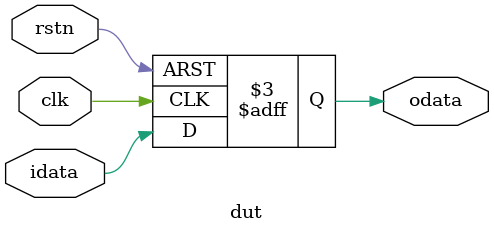
<source format=sv>
module dut(
    input clk,
    input rstn,
    input idata,
    output reg odata
);
    always @(posedge clk or negedge rstn) begin
        if (!rstn) begin
            odata <= 0;
        end else begin
            odata <= idata;
        end
    end

endmodule//dut
</source>
